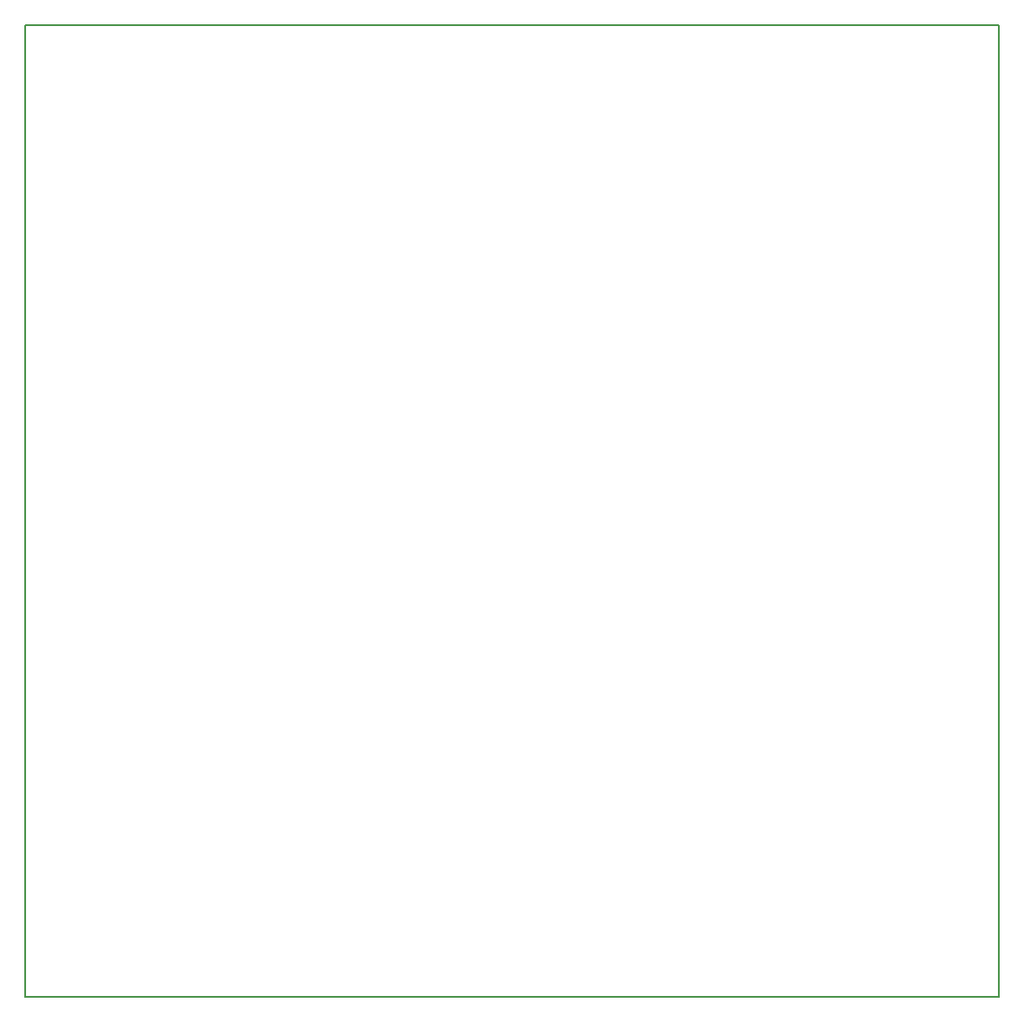
<source format=gbr>
G04 #@! TF.GenerationSoftware,KiCad,Pcbnew,(5.0.0)*
G04 #@! TF.CreationDate,2018-10-21T16:46:55+02:00*
G04 #@! TF.ProjectId,DispalyBoard,44697370616C79426F6172642E6B6963,0.2.1*
G04 #@! TF.SameCoordinates,Original*
G04 #@! TF.FileFunction,Profile,NP*
%FSLAX46Y46*%
G04 Gerber Fmt 4.6, Leading zero omitted, Abs format (unit mm)*
G04 Created by KiCad (PCBNEW (5.0.0)) date 10/21/18 16:46:55*
%MOMM*%
%LPD*%
G01*
G04 APERTURE LIST*
%ADD10C,0.150000*%
G04 APERTURE END LIST*
D10*
X102552500Y-143192500D02*
X102552500Y-51562000D01*
X194310000Y-143192500D02*
X102552500Y-143192500D01*
X194310000Y-51562000D02*
X194310000Y-143192500D01*
X102552500Y-51562000D02*
X194310000Y-51562000D01*
M02*

</source>
